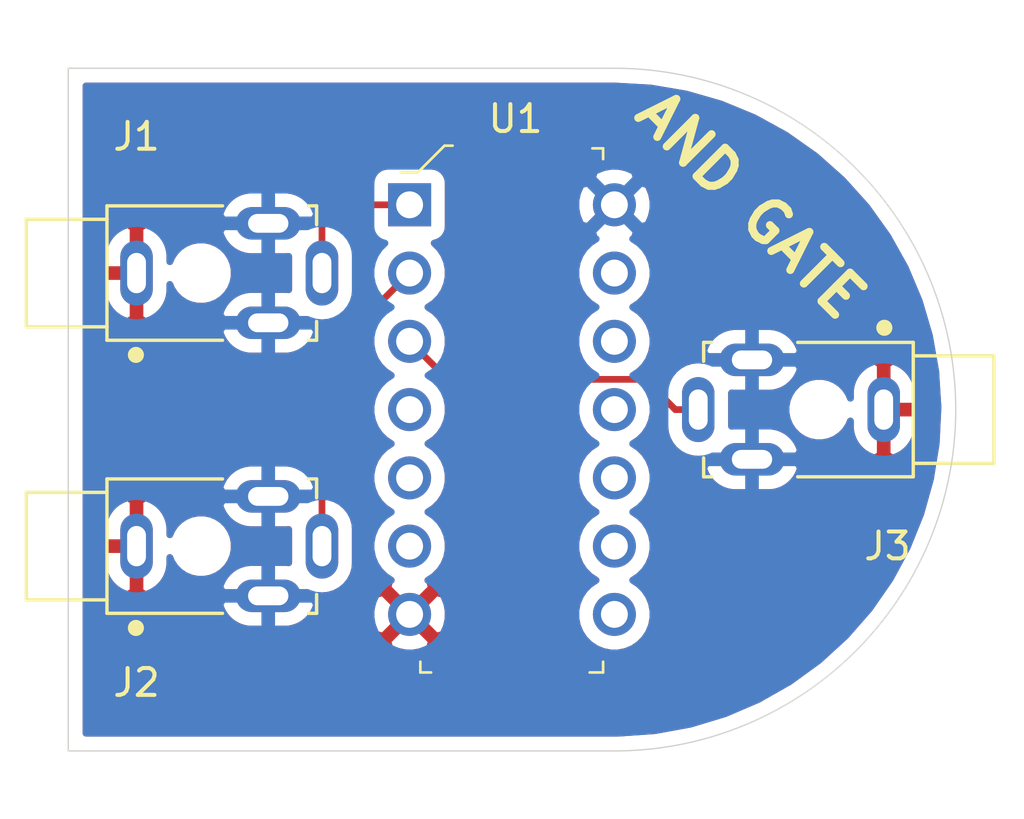
<source format=kicad_pcb>
(kicad_pcb (version 20171130) (host pcbnew "(5.1.4)-1")

  (general
    (thickness 1.6)
    (drawings 5)
    (tracks 10)
    (zones 0)
    (modules 4)
    (nets 6)
  )

  (page A4)
  (layers
    (0 F.Cu signal)
    (31 B.Cu signal)
    (32 B.Adhes user)
    (33 F.Adhes user)
    (34 B.Paste user)
    (35 F.Paste user)
    (36 B.SilkS user)
    (37 F.SilkS user)
    (38 B.Mask user)
    (39 F.Mask user)
    (40 Dwgs.User user)
    (41 Cmts.User user)
    (42 Eco1.User user)
    (43 Eco2.User user)
    (44 Edge.Cuts user)
    (45 Margin user)
    (46 B.CrtYd user)
    (47 F.CrtYd user)
    (48 B.Fab user)
    (49 F.Fab user)
  )

  (setup
    (last_trace_width 0.25)
    (trace_clearance 0.2)
    (zone_clearance 0.508)
    (zone_45_only no)
    (trace_min 0.2)
    (via_size 0.8)
    (via_drill 0.4)
    (via_min_size 0.4)
    (via_min_drill 0.3)
    (uvia_size 0.3)
    (uvia_drill 0.1)
    (uvias_allowed no)
    (uvia_min_size 0.2)
    (uvia_min_drill 0.1)
    (edge_width 0.05)
    (segment_width 0.2)
    (pcb_text_width 0.3)
    (pcb_text_size 1.5 1.5)
    (mod_edge_width 0.12)
    (mod_text_size 1 1)
    (mod_text_width 0.15)
    (pad_size 1.524 1.524)
    (pad_drill 0.762)
    (pad_to_mask_clearance 0.051)
    (solder_mask_min_width 0.25)
    (aux_axis_origin 0 0)
    (visible_elements FFFFFF7F)
    (pcbplotparams
      (layerselection 0x010fc_ffffffff)
      (usegerberextensions false)
      (usegerberattributes false)
      (usegerberadvancedattributes false)
      (creategerberjobfile false)
      (excludeedgelayer true)
      (linewidth 0.100000)
      (plotframeref false)
      (viasonmask false)
      (mode 1)
      (useauxorigin false)
      (hpglpennumber 1)
      (hpglpenspeed 20)
      (hpglpendiameter 15.000000)
      (psnegative false)
      (psa4output false)
      (plotreference true)
      (plotvalue true)
      (plotinvisibletext false)
      (padsonsilk false)
      (subtractmaskfromsilk false)
      (outputformat 1)
      (mirror false)
      (drillshape 1)
      (scaleselection 1)
      (outputdirectory ""))
  )

  (net 0 "")
  (net 1 GND)
  (net 2 +5V)
  (net 3 "Net-(J1-Pad4)")
  (net 4 "Net-(J2-Pad4)")
  (net 5 "Net-(J3-Pad4)")

  (net_class Default "This is the default net class."
    (clearance 0.2)
    (trace_width 0.25)
    (via_dia 0.8)
    (via_drill 0.4)
    (uvia_dia 0.3)
    (uvia_drill 0.1)
    (add_net +5V)
    (add_net GND)
    (add_net "Net-(J1-Pad4)")
    (add_net "Net-(J2-Pad4)")
    (add_net "Net-(J3-Pad4)")
  )

  (module conduWIT_parts:DIP-14_W3mm (layer F.Cu) (tedit 5E38CC78) (tstamp 5E39F9DA)
    (at 139.7 88.9)
    (path /5E39A696)
    (fp_text reference U1 (at 3.94 -3.2) (layer F.SilkS)
      (effects (font (size 1 1) (thickness 0.15)))
    )
    (fp_text value SN74LS08N (at 3.52 19.09) (layer F.Fab)
      (effects (font (size 1 1) (thickness 0.15)))
    )
    (fp_line (start 7.1 -2) (end 7.1 17.3) (layer F.Fab) (width 0.1))
    (fp_line (start 0.5 17.3) (end 7.1 17.3) (layer F.Fab) (width 0.1))
    (fp_line (start 0.5 -1.1) (end 1.4 -2) (layer F.Fab) (width 0.1))
    (fp_line (start 1.4 -2) (end 7.1 -2) (layer F.Fab) (width 0.1))
    (fp_line (start 0.5 -1.1) (end 0.5 17.3) (layer F.Fab) (width 0.1))
    (fp_line (start 0.4 17.4) (end 0.8 17.4) (layer F.SilkS) (width 0.1))
    (fp_line (start 0.4 17) (end 0.4 17.4) (layer F.SilkS) (width 0.1))
    (fp_line (start 7.2 17.4) (end 7.2 17) (layer F.SilkS) (width 0.1))
    (fp_line (start 6.7 17.4) (end 7.2 17.4) (layer F.SilkS) (width 0.1))
    (fp_line (start 7.2 -2.1) (end 6.8 -2.1) (layer F.SilkS) (width 0.1))
    (fp_line (start 7.2 -1.7) (end 7.2 -2.1) (layer F.SilkS) (width 0.1))
    (fp_line (start 1.3 -2.2) (end 0.3 -1.2) (layer F.SilkS) (width 0.1))
    (fp_line (start 1.6 -2.2) (end 1.3 -2.2) (layer F.SilkS) (width 0.1))
    (fp_line (start -1.05 -2.25) (end -1.05 17.55) (layer F.CrtYd) (width 0.1))
    (fp_line (start 8.67 17.55) (end 8.67 -2.25) (layer F.CrtYd) (width 0.1))
    (fp_line (start -1.05 17.55) (end 8.67 17.55) (layer F.CrtYd) (width 0.1))
    (fp_line (start -1.05 -2.25) (end 8.67 -2.25) (layer F.CrtYd) (width 0.1))
    (fp_text user REF** (at 3.86 7.77) (layer F.Fab)
      (effects (font (size 1 1) (thickness 0.1)))
    )
    (fp_line (start 0.3 -1.2) (end -0.07 -1.2) (layer F.SilkS) (width 0.1))
    (fp_line (start -0.08 -1.2) (end -0.33 -1.2) (layer F.SilkS) (width 0.1))
    (pad 14 thru_hole circle (at 7.62 0) (size 1.6 1.6) (drill 1) (layers *.Cu *.Mask)
      (net 2 +5V))
    (pad 13 thru_hole circle (at 7.62 2.54) (size 1.6 1.6) (drill 1) (layers *.Cu *.Mask))
    (pad 12 thru_hole circle (at 7.62 5.08) (size 1.6 1.6) (drill 1) (layers *.Cu *.Mask))
    (pad 11 thru_hole circle (at 7.62 7.62) (size 1.6 1.6) (drill 1) (layers *.Cu *.Mask))
    (pad 10 thru_hole circle (at 7.62 10.16) (size 1.6 1.6) (drill 1) (layers *.Cu *.Mask))
    (pad 9 thru_hole circle (at 7.62 12.7) (size 1.6 1.6) (drill 1) (layers *.Cu *.Mask))
    (pad 8 thru_hole circle (at 7.62 15.24) (size 1.6 1.6) (drill 1) (layers *.Cu *.Mask))
    (pad 7 thru_hole circle (at 0 15.24) (size 1.6 1.6) (drill 1) (layers *.Cu *.Mask)
      (net 1 GND))
    (pad 6 thru_hole circle (at 0 12.7) (size 1.6 1.6) (drill 1) (layers *.Cu *.Mask))
    (pad 5 thru_hole circle (at 0 10.16) (size 1.6 1.6) (drill 1) (layers *.Cu *.Mask))
    (pad 4 thru_hole circle (at 0 7.62) (size 1.6 1.6) (drill 1) (layers *.Cu *.Mask))
    (pad 3 thru_hole circle (at 0 5.08) (size 1.6 1.6) (drill 1) (layers *.Cu *.Mask)
      (net 5 "Net-(J3-Pad4)"))
    (pad 2 thru_hole circle (at 0 2.54) (size 1.6 1.6) (drill 1) (layers *.Cu *.Mask)
      (net 4 "Net-(J2-Pad4)"))
    (pad 1 thru_hole rect (at 0 0) (size 1.6 1.6) (drill 1) (layers *.Cu *.Mask)
      (net 3 "Net-(J1-Pad4)"))
    (model ${KIPRJMOD}/../conduWIT_parts.3dshapes/DIP14_300.step
      (at (xyz 0 0 0))
      (scale (xyz 1 1 1))
      (rotate (xyz 0 0 0))
    )
  )

  (module conduWIT_parts:CUI_SJ1-2503A (layer F.Cu) (tedit 5E38C7C7) (tstamp 5E39F9B4)
    (at 157.34 96.52 270)
    (path /5E39BDE3)
    (fp_text reference J3 (at 5.08 -0.14 180) (layer F.SilkS)
      (effects (font (size 1 1) (thickness 0.15)))
    )
    (fp_text value SJ1-2503A (at 4.052545 8.687975 90) (layer F.Fab)
      (effects (font (size 0.800307 0.800307) (thickness 0.015)))
    )
    (fp_line (start -2.5 -1.1) (end -2 -1.1) (layer F.Fab) (width 0.127))
    (fp_line (start -2 -1.1) (end 2 -1.1) (layer F.Fab) (width 0.127))
    (fp_line (start 2 -1.1) (end 2.5 -1.1) (layer F.Fab) (width 0.127))
    (fp_line (start 2.5 -1.1) (end 2.5 6.7) (layer F.Fab) (width 0.127))
    (fp_line (start 2.5 6.7) (end -2.5 6.7) (layer F.Fab) (width 0.127))
    (fp_line (start -2.5 6.7) (end -2.5 -1.1) (layer F.Fab) (width 0.127))
    (fp_line (start 2.5 -1.1) (end 2.5 3.2) (layer F.SilkS) (width 0.127))
    (fp_line (start -2.5 3.2) (end -2.5 -1.1) (layer F.SilkS) (width 0.127))
    (fp_circle (center -3.0444 -0.0236) (end -2.8944 -0.0236) (layer F.SilkS) (width 0.3))
    (fp_line (start -2.5 -1.1) (end -2 -1.1) (layer F.SilkS) (width 0.127))
    (fp_line (start -2 -1.1) (end 2 -1.1) (layer F.SilkS) (width 0.127))
    (fp_line (start 2 -1.1) (end 2.5 -1.1) (layer F.SilkS) (width 0.127))
    (fp_line (start 1.8 6.7) (end 2.5 6.7) (layer F.SilkS) (width 0.127))
    (fp_line (start 2.5 6.7) (end 2.5 6.4) (layer F.SilkS) (width 0.127))
    (fp_line (start -1.8 6.7) (end -2.5 6.7) (layer F.SilkS) (width 0.127))
    (fp_line (start -2.5 6.7) (end -2.5 6.4) (layer F.SilkS) (width 0.127))
    (fp_line (start 2 -1.1) (end 2 -4.1) (layer F.SilkS) (width 0.127))
    (fp_line (start 2 -4.1) (end -2 -4.1) (layer F.SilkS) (width 0.127))
    (fp_line (start -2 -4.1) (end -2 -1.1) (layer F.SilkS) (width 0.127))
    (fp_line (start 2 -1.1) (end 2 -4.1) (layer F.Fab) (width 0.127))
    (fp_line (start 2 -4.1) (end -2 -4.1) (layer F.Fab) (width 0.127))
    (fp_line (start -2 -4.1) (end -2 -1.1) (layer F.Fab) (width 0.127))
    (fp_line (start -2.25 -4.35) (end -2.25 -1.35) (layer F.CrtYd) (width 0.05))
    (fp_line (start -2.25 -1.35) (end -2.75 -1.35) (layer F.CrtYd) (width 0.05))
    (fp_line (start -2.75 -1.35) (end -2.75 6.95) (layer F.CrtYd) (width 0.05))
    (fp_line (start -2.75 6.95) (end -1.45 6.95) (layer F.CrtYd) (width 0.05))
    (fp_line (start -1.45 6.95) (end -1.45 7.75) (layer F.CrtYd) (width 0.05))
    (fp_line (start -1.45 7.75) (end 1.45 7.75) (layer F.CrtYd) (width 0.05))
    (fp_line (start 1.45 7.75) (end 1.45 6.95) (layer F.CrtYd) (width 0.05))
    (fp_line (start 1.45 6.95) (end 2.75 6.95) (layer F.CrtYd) (width 0.05))
    (fp_line (start 2.75 6.95) (end 2.75 -1.35) (layer F.CrtYd) (width 0.05))
    (fp_line (start 2.75 -1.35) (end 2.25 -1.35) (layer F.CrtYd) (width 0.05))
    (fp_line (start 2.25 -1.35) (end 2.25 -4.35) (layer F.CrtYd) (width 0.05))
    (fp_line (start 2.25 -4.35) (end -2.25 -4.35) (layer F.CrtYd) (width 0.05))
    (fp_circle (center -1.7444 -0.0236) (end -1.5944 -0.0236) (layer F.Fab) (width 0.3))
    (pad None np_thru_hole circle (at 0 2.4 270) (size 1.2 1.2) (drill 1.2) (layers *.Cu *.Mask))
    (pad 1 thru_hole oval (at 0 0 270) (size 2.416 1.208) (drill oval 1.5 0.7) (layers *.Cu *.Mask)
      (net 1 GND))
    (pad 2 thru_hole oval (at -1.85 4.9 270) (size 1.208 2.416) (drill oval 0.7 1.5) (layers *.Cu *.Mask)
      (net 2 +5V))
    (pad 3 thru_hole oval (at 1.85 4.9 270) (size 1.208 2.416) (drill oval 0.7 1.5) (layers *.Cu *.Mask)
      (net 2 +5V))
    (pad 4 thru_hole oval (at 0 6.9 270) (size 2.416 1.208) (drill oval 1.5 0.7) (layers *.Cu *.Mask)
      (net 5 "Net-(J3-Pad4)"))
    (model ${KIPRJMOD}/../conduWIT_parts.3dshapes/CUI_DEVICES_SJ1-2503A.step
      (offset (xyz 0 4.1 2.85))
      (scale (xyz 1 1 1))
      (rotate (xyz -90 0 -90))
    )
  )

  (module conduWIT_parts:CUI_SJ1-2503A (layer F.Cu) (tedit 5E38C7C7) (tstamp 5E39F988)
    (at 129.54 101.6 90)
    (path /5E39E87B)
    (fp_text reference J2 (at -5.08 0 180) (layer F.SilkS)
      (effects (font (size 1 1) (thickness 0.15)))
    )
    (fp_text value SJ1-2503A (at 4.052545 8.687975 90) (layer F.Fab)
      (effects (font (size 0.800307 0.800307) (thickness 0.015)))
    )
    (fp_line (start -2.5 -1.1) (end -2 -1.1) (layer F.Fab) (width 0.127))
    (fp_line (start -2 -1.1) (end 2 -1.1) (layer F.Fab) (width 0.127))
    (fp_line (start 2 -1.1) (end 2.5 -1.1) (layer F.Fab) (width 0.127))
    (fp_line (start 2.5 -1.1) (end 2.5 6.7) (layer F.Fab) (width 0.127))
    (fp_line (start 2.5 6.7) (end -2.5 6.7) (layer F.Fab) (width 0.127))
    (fp_line (start -2.5 6.7) (end -2.5 -1.1) (layer F.Fab) (width 0.127))
    (fp_line (start 2.5 -1.1) (end 2.5 3.2) (layer F.SilkS) (width 0.127))
    (fp_line (start -2.5 3.2) (end -2.5 -1.1) (layer F.SilkS) (width 0.127))
    (fp_circle (center -3.0444 -0.0236) (end -2.8944 -0.0236) (layer F.SilkS) (width 0.3))
    (fp_line (start -2.5 -1.1) (end -2 -1.1) (layer F.SilkS) (width 0.127))
    (fp_line (start -2 -1.1) (end 2 -1.1) (layer F.SilkS) (width 0.127))
    (fp_line (start 2 -1.1) (end 2.5 -1.1) (layer F.SilkS) (width 0.127))
    (fp_line (start 1.8 6.7) (end 2.5 6.7) (layer F.SilkS) (width 0.127))
    (fp_line (start 2.5 6.7) (end 2.5 6.4) (layer F.SilkS) (width 0.127))
    (fp_line (start -1.8 6.7) (end -2.5 6.7) (layer F.SilkS) (width 0.127))
    (fp_line (start -2.5 6.7) (end -2.5 6.4) (layer F.SilkS) (width 0.127))
    (fp_line (start 2 -1.1) (end 2 -4.1) (layer F.SilkS) (width 0.127))
    (fp_line (start 2 -4.1) (end -2 -4.1) (layer F.SilkS) (width 0.127))
    (fp_line (start -2 -4.1) (end -2 -1.1) (layer F.SilkS) (width 0.127))
    (fp_line (start 2 -1.1) (end 2 -4.1) (layer F.Fab) (width 0.127))
    (fp_line (start 2 -4.1) (end -2 -4.1) (layer F.Fab) (width 0.127))
    (fp_line (start -2 -4.1) (end -2 -1.1) (layer F.Fab) (width 0.127))
    (fp_line (start -2.25 -4.35) (end -2.25 -1.35) (layer F.CrtYd) (width 0.05))
    (fp_line (start -2.25 -1.35) (end -2.75 -1.35) (layer F.CrtYd) (width 0.05))
    (fp_line (start -2.75 -1.35) (end -2.75 6.95) (layer F.CrtYd) (width 0.05))
    (fp_line (start -2.75 6.95) (end -1.45 6.95) (layer F.CrtYd) (width 0.05))
    (fp_line (start -1.45 6.95) (end -1.45 7.75) (layer F.CrtYd) (width 0.05))
    (fp_line (start -1.45 7.75) (end 1.45 7.75) (layer F.CrtYd) (width 0.05))
    (fp_line (start 1.45 7.75) (end 1.45 6.95) (layer F.CrtYd) (width 0.05))
    (fp_line (start 1.45 6.95) (end 2.75 6.95) (layer F.CrtYd) (width 0.05))
    (fp_line (start 2.75 6.95) (end 2.75 -1.35) (layer F.CrtYd) (width 0.05))
    (fp_line (start 2.75 -1.35) (end 2.25 -1.35) (layer F.CrtYd) (width 0.05))
    (fp_line (start 2.25 -1.35) (end 2.25 -4.35) (layer F.CrtYd) (width 0.05))
    (fp_line (start 2.25 -4.35) (end -2.25 -4.35) (layer F.CrtYd) (width 0.05))
    (fp_circle (center -1.7444 -0.0236) (end -1.5944 -0.0236) (layer F.Fab) (width 0.3))
    (pad None np_thru_hole circle (at 0 2.4 90) (size 1.2 1.2) (drill 1.2) (layers *.Cu *.Mask))
    (pad 1 thru_hole oval (at 0 0 90) (size 2.416 1.208) (drill oval 1.5 0.7) (layers *.Cu *.Mask)
      (net 1 GND))
    (pad 2 thru_hole oval (at -1.85 4.9 90) (size 1.208 2.416) (drill oval 0.7 1.5) (layers *.Cu *.Mask)
      (net 2 +5V))
    (pad 3 thru_hole oval (at 1.85 4.9 90) (size 1.208 2.416) (drill oval 0.7 1.5) (layers *.Cu *.Mask)
      (net 2 +5V))
    (pad 4 thru_hole oval (at 0 6.9 90) (size 2.416 1.208) (drill oval 1.5 0.7) (layers *.Cu *.Mask)
      (net 4 "Net-(J2-Pad4)"))
    (model ${KIPRJMOD}/../conduWIT_parts.3dshapes/CUI_DEVICES_SJ1-2503A.step
      (offset (xyz 0 4.1 2.85))
      (scale (xyz 1 1 1))
      (rotate (xyz -90 0 -90))
    )
  )

  (module conduWIT_parts:CUI_SJ1-2503A (layer F.Cu) (tedit 5E38C7C7) (tstamp 5E39F95C)
    (at 129.54 91.44 90)
    (path /5E39DF92)
    (fp_text reference J1 (at 5.08 0 180) (layer F.SilkS)
      (effects (font (size 1 1) (thickness 0.15)))
    )
    (fp_text value SJ1-2503A (at 4.052545 8.687975 90) (layer F.Fab)
      (effects (font (size 0.800307 0.800307) (thickness 0.015)))
    )
    (fp_line (start -2.5 -1.1) (end -2 -1.1) (layer F.Fab) (width 0.127))
    (fp_line (start -2 -1.1) (end 2 -1.1) (layer F.Fab) (width 0.127))
    (fp_line (start 2 -1.1) (end 2.5 -1.1) (layer F.Fab) (width 0.127))
    (fp_line (start 2.5 -1.1) (end 2.5 6.7) (layer F.Fab) (width 0.127))
    (fp_line (start 2.5 6.7) (end -2.5 6.7) (layer F.Fab) (width 0.127))
    (fp_line (start -2.5 6.7) (end -2.5 -1.1) (layer F.Fab) (width 0.127))
    (fp_line (start 2.5 -1.1) (end 2.5 3.2) (layer F.SilkS) (width 0.127))
    (fp_line (start -2.5 3.2) (end -2.5 -1.1) (layer F.SilkS) (width 0.127))
    (fp_circle (center -3.0444 -0.0236) (end -2.8944 -0.0236) (layer F.SilkS) (width 0.3))
    (fp_line (start -2.5 -1.1) (end -2 -1.1) (layer F.SilkS) (width 0.127))
    (fp_line (start -2 -1.1) (end 2 -1.1) (layer F.SilkS) (width 0.127))
    (fp_line (start 2 -1.1) (end 2.5 -1.1) (layer F.SilkS) (width 0.127))
    (fp_line (start 1.8 6.7) (end 2.5 6.7) (layer F.SilkS) (width 0.127))
    (fp_line (start 2.5 6.7) (end 2.5 6.4) (layer F.SilkS) (width 0.127))
    (fp_line (start -1.8 6.7) (end -2.5 6.7) (layer F.SilkS) (width 0.127))
    (fp_line (start -2.5 6.7) (end -2.5 6.4) (layer F.SilkS) (width 0.127))
    (fp_line (start 2 -1.1) (end 2 -4.1) (layer F.SilkS) (width 0.127))
    (fp_line (start 2 -4.1) (end -2 -4.1) (layer F.SilkS) (width 0.127))
    (fp_line (start -2 -4.1) (end -2 -1.1) (layer F.SilkS) (width 0.127))
    (fp_line (start 2 -1.1) (end 2 -4.1) (layer F.Fab) (width 0.127))
    (fp_line (start 2 -4.1) (end -2 -4.1) (layer F.Fab) (width 0.127))
    (fp_line (start -2 -4.1) (end -2 -1.1) (layer F.Fab) (width 0.127))
    (fp_line (start -2.25 -4.35) (end -2.25 -1.35) (layer F.CrtYd) (width 0.05))
    (fp_line (start -2.25 -1.35) (end -2.75 -1.35) (layer F.CrtYd) (width 0.05))
    (fp_line (start -2.75 -1.35) (end -2.75 6.95) (layer F.CrtYd) (width 0.05))
    (fp_line (start -2.75 6.95) (end -1.45 6.95) (layer F.CrtYd) (width 0.05))
    (fp_line (start -1.45 6.95) (end -1.45 7.75) (layer F.CrtYd) (width 0.05))
    (fp_line (start -1.45 7.75) (end 1.45 7.75) (layer F.CrtYd) (width 0.05))
    (fp_line (start 1.45 7.75) (end 1.45 6.95) (layer F.CrtYd) (width 0.05))
    (fp_line (start 1.45 6.95) (end 2.75 6.95) (layer F.CrtYd) (width 0.05))
    (fp_line (start 2.75 6.95) (end 2.75 -1.35) (layer F.CrtYd) (width 0.05))
    (fp_line (start 2.75 -1.35) (end 2.25 -1.35) (layer F.CrtYd) (width 0.05))
    (fp_line (start 2.25 -1.35) (end 2.25 -4.35) (layer F.CrtYd) (width 0.05))
    (fp_line (start 2.25 -4.35) (end -2.25 -4.35) (layer F.CrtYd) (width 0.05))
    (fp_circle (center -1.7444 -0.0236) (end -1.5944 -0.0236) (layer F.Fab) (width 0.3))
    (pad None np_thru_hole circle (at 0 2.4 90) (size 1.2 1.2) (drill 1.2) (layers *.Cu *.Mask))
    (pad 1 thru_hole oval (at 0 0 90) (size 2.416 1.208) (drill oval 1.5 0.7) (layers *.Cu *.Mask)
      (net 1 GND))
    (pad 2 thru_hole oval (at -1.85 4.9 90) (size 1.208 2.416) (drill oval 0.7 1.5) (layers *.Cu *.Mask)
      (net 2 +5V))
    (pad 3 thru_hole oval (at 1.85 4.9 90) (size 1.208 2.416) (drill oval 0.7 1.5) (layers *.Cu *.Mask)
      (net 2 +5V))
    (pad 4 thru_hole oval (at 0 6.9 90) (size 2.416 1.208) (drill oval 1.5 0.7) (layers *.Cu *.Mask)
      (net 3 "Net-(J1-Pad4)"))
    (model ${KIPRJMOD}/../conduWIT_parts.3dshapes/CUI_DEVICES_SJ1-2503A.step
      (offset (xyz 0 4.1 2.85))
      (scale (xyz 1 1 1))
      (rotate (xyz -90 0 -90))
    )
  )

  (gr_text "AND GATE" (at 152.4 88.9 315) (layer F.SilkS)
    (effects (font (size 1.5 1.5) (thickness 0.3)))
  )
  (gr_line (start 127 109.22) (end 147.32 109.22) (layer Edge.Cuts) (width 0.05) (tstamp 5E3A0191))
  (gr_line (start 127 83.82) (end 147.32 83.82) (layer Edge.Cuts) (width 0.05) (tstamp 5E3A0190))
  (gr_arc (start 147.32 96.52) (end 147.32 109.22) (angle -180) (layer Edge.Cuts) (width 0.05))
  (gr_line (start 127 83.82) (end 127 109.22) (layer Edge.Cuts) (width 0.05))

  (segment (start 138.65 88.9) (end 139.7 88.9) (width 0.25) (layer F.Cu) (net 3))
  (segment (start 137.212182 88.9) (end 138.65 88.9) (width 0.25) (layer F.Cu) (net 3))
  (segment (start 136.44 89.672182) (end 137.212182 88.9) (width 0.25) (layer F.Cu) (net 3))
  (segment (start 136.44 91.44) (end 136.44 89.672182) (width 0.25) (layer F.Cu) (net 3))
  (segment (start 136.44 94.7) (end 139.7 91.44) (width 0.25) (layer F.Cu) (net 4))
  (segment (start 136.44 101.6) (end 136.44 94.7) (width 0.25) (layer F.Cu) (net 4))
  (segment (start 149.586 96.52) (end 150.44 96.52) (width 0.25) (layer F.Cu) (net 5))
  (segment (start 148.460999 95.394999) (end 149.586 96.52) (width 0.25) (layer F.Cu) (net 5))
  (segment (start 141.114999 95.394999) (end 148.460999 95.394999) (width 0.25) (layer F.Cu) (net 5))
  (segment (start 139.7 93.98) (end 141.114999 95.394999) (width 0.25) (layer F.Cu) (net 5))

  (zone (net 1) (net_name GND) (layer F.Cu) (tstamp 5E3A04A2) (hatch edge 0.508)
    (connect_pads (clearance 0.508))
    (min_thickness 0.254)
    (fill yes (arc_segments 32) (thermal_gap 0.508) (thermal_bridge_width 0.508))
    (polygon
      (pts
        (xy 124.46 81.28) (xy 162.56 81.28) (xy 162.56 111.76) (xy 124.46 111.76)
      )
    )
    (filled_polygon
      (pts
        (xy 148.661975 84.556058) (xy 149.987209 84.780205) (xy 151.279222 85.150684) (xy 152.521875 85.66287) (xy 153.69968 86.310374)
        (xy 154.797979 87.085139) (xy 155.803067 87.977498) (xy 156.70243 88.976341) (xy 157.484839 90.069199) (xy 158.140552 91.24246)
        (xy 158.661404 92.481516) (xy 159.040886 93.770889) (xy 159.274281 95.094535) (xy 159.358676 96.435957) (xy 159.293019 97.778414)
        (xy 159.078127 99.105195) (xy 158.716683 100.399745) (xy 158.213187 101.645941) (xy 157.573916 102.828246) (xy 156.806836 103.931932)
        (xy 155.921514 104.943226) (xy 154.928983 105.849531) (xy 153.841611 106.639554) (xy 152.672944 107.303448) (xy 151.437575 107.832929)
        (xy 150.150867 108.221409) (xy 148.828881 108.464039) (xy 147.471978 108.558923) (xy 147.317684 108.56) (xy 127.66 108.56)
        (xy 127.66 105.132702) (xy 138.886903 105.132702) (xy 138.958486 105.376671) (xy 139.213996 105.497571) (xy 139.488184 105.5663)
        (xy 139.770512 105.580217) (xy 140.05013 105.538787) (xy 140.316292 105.443603) (xy 140.441514 105.376671) (xy 140.513097 105.132702)
        (xy 139.7 104.319605) (xy 138.886903 105.132702) (xy 127.66 105.132702) (xy 127.66 101.727) (xy 128.301 101.727)
        (xy 128.301 102.331) (xy 128.349584 102.570277) (xy 128.443915 102.795478) (xy 128.580368 102.997948) (xy 128.753699 103.169907)
        (xy 128.957247 103.304747) (xy 129.18319 103.397286) (xy 129.221762 103.401433) (xy 129.413 103.276759) (xy 129.413 101.727)
        (xy 128.301 101.727) (xy 127.66 101.727) (xy 127.66 100.869) (xy 128.301 100.869) (xy 128.301 101.473)
        (xy 129.413 101.473) (xy 129.413 99.923241) (xy 129.667 99.923241) (xy 129.667 101.473) (xy 129.687 101.473)
        (xy 129.687 101.727) (xy 129.667 101.727) (xy 129.667 103.276759) (xy 129.858238 103.401433) (xy 129.89681 103.397286)
        (xy 130.122753 103.304747) (xy 130.326301 103.169907) (xy 130.499632 102.997948) (xy 130.636085 102.795478) (xy 130.730416 102.570277)
        (xy 130.779 102.331) (xy 130.779 102.024309) (xy 130.845557 102.184992) (xy 130.980713 102.387267) (xy 131.152733 102.559287)
        (xy 131.355008 102.694443) (xy 131.579764 102.78754) (xy 131.818363 102.835) (xy 132.061637 102.835) (xy 132.300236 102.78754)
        (xy 132.524992 102.694443) (xy 132.727267 102.559287) (xy 132.899287 102.387267) (xy 133.034443 102.184992) (xy 133.12754 101.960236)
        (xy 133.175 101.721637) (xy 133.175 101.478363) (xy 133.12754 101.239764) (xy 133.034443 101.015008) (xy 132.899287 100.812733)
        (xy 132.727267 100.640713) (xy 132.524992 100.505557) (xy 132.300236 100.41246) (xy 132.061637 100.365) (xy 131.818363 100.365)
        (xy 131.579764 100.41246) (xy 131.355008 100.505557) (xy 131.152733 100.640713) (xy 130.980713 100.812733) (xy 130.845557 101.015008)
        (xy 130.779 101.175691) (xy 130.779 100.869) (xy 130.730416 100.629723) (xy 130.636085 100.404522) (xy 130.499632 100.202052)
        (xy 130.326301 100.030093) (xy 130.122753 99.895253) (xy 129.89681 99.802714) (xy 129.858238 99.798567) (xy 129.667 99.923241)
        (xy 129.413 99.923241) (xy 129.221762 99.798567) (xy 129.18319 99.802714) (xy 128.957247 99.895253) (xy 128.753699 100.030093)
        (xy 128.580368 100.202052) (xy 128.443915 100.404522) (xy 128.349584 100.629723) (xy 128.301 100.869) (xy 127.66 100.869)
        (xy 127.66 91.567) (xy 128.301 91.567) (xy 128.301 92.171) (xy 128.349584 92.410277) (xy 128.443915 92.635478)
        (xy 128.580368 92.837948) (xy 128.753699 93.009907) (xy 128.957247 93.144747) (xy 129.18319 93.237286) (xy 129.221762 93.241433)
        (xy 129.413 93.116759) (xy 129.413 91.567) (xy 128.301 91.567) (xy 127.66 91.567) (xy 127.66 90.709)
        (xy 128.301 90.709) (xy 128.301 91.313) (xy 129.413 91.313) (xy 129.413 89.763241) (xy 129.667 89.763241)
        (xy 129.667 91.313) (xy 129.687 91.313) (xy 129.687 91.567) (xy 129.667 91.567) (xy 129.667 93.116759)
        (xy 129.858238 93.241433) (xy 129.89681 93.237286) (xy 130.122753 93.144747) (xy 130.326301 93.009907) (xy 130.499632 92.837948)
        (xy 130.636085 92.635478) (xy 130.730416 92.410277) (xy 130.779 92.171) (xy 130.779 91.864309) (xy 130.845557 92.024992)
        (xy 130.980713 92.227267) (xy 131.152733 92.399287) (xy 131.355008 92.534443) (xy 131.579764 92.62754) (xy 131.818363 92.675)
        (xy 132.061637 92.675) (xy 132.300236 92.62754) (xy 132.524992 92.534443) (xy 132.727267 92.399287) (xy 132.899287 92.227267)
        (xy 133.034443 92.024992) (xy 133.12754 91.800236) (xy 133.175 91.561637) (xy 133.175 91.318363) (xy 133.12754 91.079764)
        (xy 133.034443 90.855008) (xy 132.899287 90.652733) (xy 132.727267 90.480713) (xy 132.524992 90.345557) (xy 132.300236 90.25246)
        (xy 132.061637 90.205) (xy 131.818363 90.205) (xy 131.579764 90.25246) (xy 131.355008 90.345557) (xy 131.152733 90.480713)
        (xy 130.980713 90.652733) (xy 130.845557 90.855008) (xy 130.779 91.015691) (xy 130.779 90.709) (xy 130.730416 90.469723)
        (xy 130.636085 90.244522) (xy 130.499632 90.042052) (xy 130.326301 89.870093) (xy 130.122753 89.735253) (xy 129.89681 89.642714)
        (xy 129.858238 89.638567) (xy 129.667 89.763241) (xy 129.413 89.763241) (xy 129.221762 89.638567) (xy 129.18319 89.642714)
        (xy 128.957247 89.735253) (xy 128.753699 89.870093) (xy 128.580368 90.042052) (xy 128.443915 90.244522) (xy 128.349584 90.469723)
        (xy 128.301 90.709) (xy 127.66 90.709) (xy 127.66 89.59) (xy 132.591006 89.59) (xy 132.614928 89.832886)
        (xy 132.685776 90.066439) (xy 132.800825 90.281682) (xy 132.955656 90.470344) (xy 133.144318 90.625175) (xy 133.359561 90.740224)
        (xy 133.593114 90.811072) (xy 133.775141 90.829) (xy 135.104859 90.829) (xy 135.201 90.819531) (xy 135.201 92.060469)
        (xy 135.104859 92.051) (xy 133.775141 92.051) (xy 133.593114 92.068928) (xy 133.359561 92.139776) (xy 133.144318 92.254825)
        (xy 132.955656 92.409656) (xy 132.800825 92.598318) (xy 132.685776 92.813561) (xy 132.614928 93.047114) (xy 132.591006 93.29)
        (xy 132.614928 93.532886) (xy 132.685776 93.766439) (xy 132.800825 93.981682) (xy 132.955656 94.170344) (xy 133.144318 94.325175)
        (xy 133.359561 94.440224) (xy 133.593114 94.511072) (xy 133.775141 94.529) (xy 135.104859 94.529) (xy 135.286886 94.511072)
        (xy 135.520439 94.440224) (xy 135.735682 94.325175) (xy 135.823774 94.25288) (xy 135.805026 94.275724) (xy 135.734454 94.407754)
        (xy 135.690998 94.551015) (xy 135.676324 94.7) (xy 135.680001 94.737332) (xy 135.68 98.685063) (xy 135.520439 98.599776)
        (xy 135.286886 98.528928) (xy 135.104859 98.511) (xy 133.775141 98.511) (xy 133.593114 98.528928) (xy 133.359561 98.599776)
        (xy 133.144318 98.714825) (xy 132.955656 98.869656) (xy 132.800825 99.058318) (xy 132.685776 99.273561) (xy 132.614928 99.507114)
        (xy 132.591006 99.75) (xy 132.614928 99.992886) (xy 132.685776 100.226439) (xy 132.800825 100.441682) (xy 132.955656 100.630344)
        (xy 133.144318 100.785175) (xy 133.359561 100.900224) (xy 133.593114 100.971072) (xy 133.775141 100.989) (xy 135.104859 100.989)
        (xy 135.201 100.979531) (xy 135.201 102.220469) (xy 135.104859 102.211) (xy 133.775141 102.211) (xy 133.593114 102.228928)
        (xy 133.359561 102.299776) (xy 133.144318 102.414825) (xy 132.955656 102.569656) (xy 132.800825 102.758318) (xy 132.685776 102.973561)
        (xy 132.614928 103.207114) (xy 132.591006 103.45) (xy 132.614928 103.692886) (xy 132.685776 103.926439) (xy 132.800825 104.141682)
        (xy 132.955656 104.330344) (xy 133.144318 104.485175) (xy 133.359561 104.600224) (xy 133.593114 104.671072) (xy 133.775141 104.689)
        (xy 135.104859 104.689) (xy 135.286886 104.671072) (xy 135.520439 104.600224) (xy 135.735682 104.485175) (xy 135.924344 104.330344)
        (xy 136.022687 104.210512) (xy 138.259783 104.210512) (xy 138.301213 104.49013) (xy 138.396397 104.756292) (xy 138.463329 104.881514)
        (xy 138.707298 104.953097) (xy 139.520395 104.14) (xy 139.879605 104.14) (xy 140.692702 104.953097) (xy 140.936671 104.881514)
        (xy 141.057571 104.626004) (xy 141.1263 104.351816) (xy 141.140217 104.069488) (xy 141.098787 103.78987) (xy 141.003603 103.523708)
        (xy 140.936671 103.398486) (xy 140.692702 103.326903) (xy 139.879605 104.14) (xy 139.520395 104.14) (xy 138.707298 103.326903)
        (xy 138.463329 103.398486) (xy 138.342429 103.653996) (xy 138.2737 103.928184) (xy 138.259783 104.210512) (xy 136.022687 104.210512)
        (xy 136.079175 104.141682) (xy 136.194224 103.926439) (xy 136.265072 103.692886) (xy 136.288994 103.45) (xy 136.287415 103.433966)
        (xy 136.44 103.448994) (xy 136.682886 103.425072) (xy 136.916439 103.354224) (xy 137.131682 103.239175) (xy 137.320344 103.084344)
        (xy 137.475175 102.895682) (xy 137.590224 102.680439) (xy 137.661072 102.446886) (xy 137.679 102.264859) (xy 137.679 100.935141)
        (xy 137.661072 100.753114) (xy 137.590224 100.519561) (xy 137.475175 100.304318) (xy 137.320344 100.115656) (xy 137.2 100.016893)
        (xy 137.2 95.014801) (xy 138.265 93.949801) (xy 138.265 94.121335) (xy 138.320147 94.398574) (xy 138.42832 94.659727)
        (xy 138.585363 94.894759) (xy 138.785241 95.094637) (xy 139.017759 95.25) (xy 138.785241 95.405363) (xy 138.585363 95.605241)
        (xy 138.42832 95.840273) (xy 138.320147 96.101426) (xy 138.265 96.378665) (xy 138.265 96.661335) (xy 138.320147 96.938574)
        (xy 138.42832 97.199727) (xy 138.585363 97.434759) (xy 138.785241 97.634637) (xy 139.017759 97.79) (xy 138.785241 97.945363)
        (xy 138.585363 98.145241) (xy 138.42832 98.380273) (xy 138.320147 98.641426) (xy 138.265 98.918665) (xy 138.265 99.201335)
        (xy 138.320147 99.478574) (xy 138.42832 99.739727) (xy 138.585363 99.974759) (xy 138.785241 100.174637) (xy 139.017759 100.33)
        (xy 138.785241 100.485363) (xy 138.585363 100.685241) (xy 138.42832 100.920273) (xy 138.320147 101.181426) (xy 138.265 101.458665)
        (xy 138.265 101.741335) (xy 138.320147 102.018574) (xy 138.42832 102.279727) (xy 138.585363 102.514759) (xy 138.785241 102.714637)
        (xy 139.019128 102.870915) (xy 138.958486 102.903329) (xy 138.886903 103.147298) (xy 139.7 103.960395) (xy 140.513097 103.147298)
        (xy 140.441514 102.903329) (xy 140.377008 102.872806) (xy 140.379727 102.87168) (xy 140.614759 102.714637) (xy 140.814637 102.514759)
        (xy 140.97168 102.279727) (xy 141.079853 102.018574) (xy 141.135 101.741335) (xy 141.135 101.458665) (xy 141.079853 101.181426)
        (xy 140.97168 100.920273) (xy 140.814637 100.685241) (xy 140.614759 100.485363) (xy 140.382241 100.33) (xy 140.614759 100.174637)
        (xy 140.814637 99.974759) (xy 140.97168 99.739727) (xy 141.079853 99.478574) (xy 141.135 99.201335) (xy 141.135 98.918665)
        (xy 141.079853 98.641426) (xy 140.97168 98.380273) (xy 140.814637 98.145241) (xy 140.614759 97.945363) (xy 140.382241 97.79)
        (xy 140.614759 97.634637) (xy 140.814637 97.434759) (xy 140.97168 97.199727) (xy 141.079853 96.938574) (xy 141.135 96.661335)
        (xy 141.135 96.378665) (xy 141.090766 96.156288) (xy 141.114999 96.158675) (xy 141.152324 96.154999) (xy 145.929491 96.154999)
        (xy 145.885 96.378665) (xy 145.885 96.661335) (xy 145.940147 96.938574) (xy 146.04832 97.199727) (xy 146.205363 97.434759)
        (xy 146.405241 97.634637) (xy 146.637759 97.79) (xy 146.405241 97.945363) (xy 146.205363 98.145241) (xy 146.04832 98.380273)
        (xy 145.940147 98.641426) (xy 145.885 98.918665) (xy 145.885 99.201335) (xy 145.940147 99.478574) (xy 146.04832 99.739727)
        (xy 146.205363 99.974759) (xy 146.405241 100.174637) (xy 146.637759 100.33) (xy 146.405241 100.485363) (xy 146.205363 100.685241)
        (xy 146.04832 100.920273) (xy 145.940147 101.181426) (xy 145.885 101.458665) (xy 145.885 101.741335) (xy 145.940147 102.018574)
        (xy 146.04832 102.279727) (xy 146.205363 102.514759) (xy 146.405241 102.714637) (xy 146.637759 102.87) (xy 146.405241 103.025363)
        (xy 146.205363 103.225241) (xy 146.04832 103.460273) (xy 145.940147 103.721426) (xy 145.885 103.998665) (xy 145.885 104.281335)
        (xy 145.940147 104.558574) (xy 146.04832 104.819727) (xy 146.205363 105.054759) (xy 146.405241 105.254637) (xy 146.640273 105.41168)
        (xy 146.901426 105.519853) (xy 147.178665 105.575) (xy 147.461335 105.575) (xy 147.738574 105.519853) (xy 147.999727 105.41168)
        (xy 148.234759 105.254637) (xy 148.434637 105.054759) (xy 148.59168 104.819727) (xy 148.699853 104.558574) (xy 148.755 104.281335)
        (xy 148.755 103.998665) (xy 148.699853 103.721426) (xy 148.59168 103.460273) (xy 148.434637 103.225241) (xy 148.234759 103.025363)
        (xy 148.002241 102.87) (xy 148.234759 102.714637) (xy 148.434637 102.514759) (xy 148.59168 102.279727) (xy 148.699853 102.018574)
        (xy 148.755 101.741335) (xy 148.755 101.458665) (xy 148.699853 101.181426) (xy 148.59168 100.920273) (xy 148.434637 100.685241)
        (xy 148.234759 100.485363) (xy 148.002241 100.33) (xy 148.234759 100.174637) (xy 148.434637 99.974759) (xy 148.59168 99.739727)
        (xy 148.699853 99.478574) (xy 148.755 99.201335) (xy 148.755 98.918665) (xy 148.699853 98.641426) (xy 148.59168 98.380273)
        (xy 148.434637 98.145241) (xy 148.234759 97.945363) (xy 148.002241 97.79) (xy 148.234759 97.634637) (xy 148.434637 97.434759)
        (xy 148.59168 97.199727) (xy 148.699853 96.938574) (xy 148.737999 96.746801) (xy 149.022201 97.031003) (xy 149.045999 97.060001)
        (xy 149.161724 97.154974) (xy 149.201 97.175968) (xy 149.201 97.184858) (xy 149.218928 97.366885) (xy 149.289776 97.600438)
        (xy 149.404825 97.815681) (xy 149.559656 98.004344) (xy 149.748318 98.159175) (xy 149.963561 98.274224) (xy 150.197114 98.345072)
        (xy 150.44 98.368994) (xy 150.592585 98.353966) (xy 150.591006 98.37) (xy 150.614928 98.612886) (xy 150.685776 98.846439)
        (xy 150.800825 99.061682) (xy 150.955656 99.250344) (xy 151.144318 99.405175) (xy 151.359561 99.520224) (xy 151.593114 99.591072)
        (xy 151.775141 99.609) (xy 153.104859 99.609) (xy 153.286886 99.591072) (xy 153.520439 99.520224) (xy 153.735682 99.405175)
        (xy 153.924344 99.250344) (xy 154.079175 99.061682) (xy 154.194224 98.846439) (xy 154.265072 98.612886) (xy 154.288994 98.37)
        (xy 154.265072 98.127114) (xy 154.194224 97.893561) (xy 154.079175 97.678318) (xy 153.924344 97.489656) (xy 153.735682 97.334825)
        (xy 153.520439 97.219776) (xy 153.286886 97.148928) (xy 153.104859 97.131) (xy 151.775141 97.131) (xy 151.679 97.140469)
        (xy 151.679 96.398363) (xy 153.705 96.398363) (xy 153.705 96.641637) (xy 153.75246 96.880236) (xy 153.845557 97.104992)
        (xy 153.980713 97.307267) (xy 154.152733 97.479287) (xy 154.355008 97.614443) (xy 154.579764 97.70754) (xy 154.818363 97.755)
        (xy 155.061637 97.755) (xy 155.300236 97.70754) (xy 155.524992 97.614443) (xy 155.727267 97.479287) (xy 155.899287 97.307267)
        (xy 156.034443 97.104992) (xy 156.101 96.944309) (xy 156.101 97.251) (xy 156.149584 97.490277) (xy 156.243915 97.715478)
        (xy 156.380368 97.917948) (xy 156.553699 98.089907) (xy 156.757247 98.224747) (xy 156.98319 98.317286) (xy 157.021762 98.321433)
        (xy 157.213 98.196759) (xy 157.213 96.647) (xy 157.467 96.647) (xy 157.467 98.196759) (xy 157.658238 98.321433)
        (xy 157.69681 98.317286) (xy 157.922753 98.224747) (xy 158.126301 98.089907) (xy 158.299632 97.917948) (xy 158.436085 97.715478)
        (xy 158.530416 97.490277) (xy 158.579 97.251) (xy 158.579 96.647) (xy 157.467 96.647) (xy 157.213 96.647)
        (xy 157.193 96.647) (xy 157.193 96.393) (xy 157.213 96.393) (xy 157.213 94.843241) (xy 157.467 94.843241)
        (xy 157.467 96.393) (xy 158.579 96.393) (xy 158.579 95.789) (xy 158.530416 95.549723) (xy 158.436085 95.324522)
        (xy 158.299632 95.122052) (xy 158.126301 94.950093) (xy 157.922753 94.815253) (xy 157.69681 94.722714) (xy 157.658238 94.718567)
        (xy 157.467 94.843241) (xy 157.213 94.843241) (xy 157.021762 94.718567) (xy 156.98319 94.722714) (xy 156.757247 94.815253)
        (xy 156.553699 94.950093) (xy 156.380368 95.122052) (xy 156.243915 95.324522) (xy 156.149584 95.549723) (xy 156.101 95.789)
        (xy 156.101 96.095691) (xy 156.034443 95.935008) (xy 155.899287 95.732733) (xy 155.727267 95.560713) (xy 155.524992 95.425557)
        (xy 155.300236 95.33246) (xy 155.061637 95.285) (xy 154.818363 95.285) (xy 154.579764 95.33246) (xy 154.355008 95.425557)
        (xy 154.152733 95.560713) (xy 153.980713 95.732733) (xy 153.845557 95.935008) (xy 153.75246 96.159764) (xy 153.705 96.398363)
        (xy 151.679 96.398363) (xy 151.679 95.899531) (xy 151.775141 95.909) (xy 153.104859 95.909) (xy 153.286886 95.891072)
        (xy 153.520439 95.820224) (xy 153.735682 95.705175) (xy 153.924344 95.550344) (xy 154.079175 95.361682) (xy 154.194224 95.146439)
        (xy 154.265072 94.912886) (xy 154.288994 94.67) (xy 154.265072 94.427114) (xy 154.194224 94.193561) (xy 154.079175 93.978318)
        (xy 153.924344 93.789656) (xy 153.735682 93.634825) (xy 153.520439 93.519776) (xy 153.286886 93.448928) (xy 153.104859 93.431)
        (xy 151.775141 93.431) (xy 151.593114 93.448928) (xy 151.359561 93.519776) (xy 151.144318 93.634825) (xy 150.955656 93.789656)
        (xy 150.800825 93.978318) (xy 150.685776 94.193561) (xy 150.614928 94.427114) (xy 150.591006 94.67) (xy 150.592585 94.686034)
        (xy 150.44 94.671006) (xy 150.197115 94.694928) (xy 149.963562 94.765776) (xy 149.748319 94.880825) (xy 149.559657 95.035656)
        (xy 149.404826 95.224318) (xy 149.390995 95.250194) (xy 149.024803 94.884001) (xy 149.001 94.854998) (xy 148.885275 94.760025)
        (xy 148.753246 94.689453) (xy 148.609985 94.645996) (xy 148.597862 94.644802) (xy 148.699853 94.398574) (xy 148.755 94.121335)
        (xy 148.755 93.838665) (xy 148.699853 93.561426) (xy 148.59168 93.300273) (xy 148.434637 93.065241) (xy 148.234759 92.865363)
        (xy 148.002241 92.71) (xy 148.234759 92.554637) (xy 148.434637 92.354759) (xy 148.59168 92.119727) (xy 148.699853 91.858574)
        (xy 148.755 91.581335) (xy 148.755 91.298665) (xy 148.699853 91.021426) (xy 148.59168 90.760273) (xy 148.434637 90.525241)
        (xy 148.234759 90.325363) (xy 148.002241 90.17) (xy 148.234759 90.014637) (xy 148.434637 89.814759) (xy 148.59168 89.579727)
        (xy 148.699853 89.318574) (xy 148.755 89.041335) (xy 148.755 88.758665) (xy 148.699853 88.481426) (xy 148.59168 88.220273)
        (xy 148.434637 87.985241) (xy 148.234759 87.785363) (xy 147.999727 87.62832) (xy 147.738574 87.520147) (xy 147.461335 87.465)
        (xy 147.178665 87.465) (xy 146.901426 87.520147) (xy 146.640273 87.62832) (xy 146.405241 87.785363) (xy 146.205363 87.985241)
        (xy 146.04832 88.220273) (xy 145.940147 88.481426) (xy 145.885 88.758665) (xy 145.885 89.041335) (xy 145.940147 89.318574)
        (xy 146.04832 89.579727) (xy 146.205363 89.814759) (xy 146.405241 90.014637) (xy 146.637759 90.17) (xy 146.405241 90.325363)
        (xy 146.205363 90.525241) (xy 146.04832 90.760273) (xy 145.940147 91.021426) (xy 145.885 91.298665) (xy 145.885 91.581335)
        (xy 145.940147 91.858574) (xy 146.04832 92.119727) (xy 146.205363 92.354759) (xy 146.405241 92.554637) (xy 146.637759 92.71)
        (xy 146.405241 92.865363) (xy 146.205363 93.065241) (xy 146.04832 93.300273) (xy 145.940147 93.561426) (xy 145.885 93.838665)
        (xy 145.885 94.121335) (xy 145.940147 94.398574) (xy 146.038077 94.634999) (xy 141.429801 94.634999) (xy 141.098688 94.303886)
        (xy 141.135 94.121335) (xy 141.135 93.838665) (xy 141.079853 93.561426) (xy 140.97168 93.300273) (xy 140.814637 93.065241)
        (xy 140.614759 92.865363) (xy 140.382241 92.71) (xy 140.614759 92.554637) (xy 140.814637 92.354759) (xy 140.97168 92.119727)
        (xy 141.079853 91.858574) (xy 141.135 91.581335) (xy 141.135 91.298665) (xy 141.079853 91.021426) (xy 140.97168 90.760273)
        (xy 140.814637 90.525241) (xy 140.616039 90.326643) (xy 140.624482 90.325812) (xy 140.74418 90.289502) (xy 140.854494 90.230537)
        (xy 140.951185 90.151185) (xy 141.030537 90.054494) (xy 141.089502 89.94418) (xy 141.125812 89.824482) (xy 141.138072 89.7)
        (xy 141.138072 88.1) (xy 141.125812 87.975518) (xy 141.089502 87.85582) (xy 141.030537 87.745506) (xy 140.951185 87.648815)
        (xy 140.854494 87.569463) (xy 140.74418 87.510498) (xy 140.624482 87.474188) (xy 140.5 87.461928) (xy 138.9 87.461928)
        (xy 138.775518 87.474188) (xy 138.65582 87.510498) (xy 138.545506 87.569463) (xy 138.448815 87.648815) (xy 138.369463 87.745506)
        (xy 138.310498 87.85582) (xy 138.274188 87.975518) (xy 138.261928 88.1) (xy 138.261928 88.14) (xy 137.249504 88.14)
        (xy 137.212181 88.136324) (xy 137.174858 88.14) (xy 137.174849 88.14) (xy 137.063196 88.150997) (xy 136.919935 88.194454)
        (xy 136.787906 88.265026) (xy 136.672181 88.359999) (xy 136.648383 88.388998) (xy 136.100035 88.937345) (xy 136.079175 88.898318)
        (xy 135.924344 88.709656) (xy 135.735682 88.554825) (xy 135.520439 88.439776) (xy 135.286886 88.368928) (xy 135.104859 88.351)
        (xy 133.775141 88.351) (xy 133.593114 88.368928) (xy 133.359561 88.439776) (xy 133.144318 88.554825) (xy 132.955656 88.709656)
        (xy 132.800825 88.898318) (xy 132.685776 89.113561) (xy 132.614928 89.347114) (xy 132.591006 89.59) (xy 127.66 89.59)
        (xy 127.66 84.48) (xy 147.301563 84.48)
      )
    )
  )
  (zone (net 2) (net_name +5V) (layer B.Cu) (tstamp 5E3A049F) (hatch edge 0.508)
    (connect_pads (clearance 0.508))
    (min_thickness 0.254)
    (fill yes (arc_segments 32) (thermal_gap 0.508) (thermal_bridge_width 0.508))
    (polygon
      (pts
        (xy 124.46 81.28) (xy 162.56 81.28) (xy 162.56 111.76) (xy 124.46 111.76)
      )
    )
    (filled_polygon
      (pts
        (xy 148.661975 84.556058) (xy 149.987209 84.780205) (xy 151.279222 85.150684) (xy 152.521875 85.66287) (xy 153.69968 86.310374)
        (xy 154.797979 87.085139) (xy 155.803067 87.977498) (xy 156.70243 88.976341) (xy 157.484839 90.069199) (xy 158.140552 91.24246)
        (xy 158.661404 92.481516) (xy 159.040886 93.770889) (xy 159.274281 95.094535) (xy 159.358676 96.435957) (xy 159.293019 97.778414)
        (xy 159.078127 99.105195) (xy 158.716683 100.399745) (xy 158.213187 101.645941) (xy 157.573916 102.828246) (xy 156.806836 103.931932)
        (xy 155.921514 104.943226) (xy 154.928983 105.849531) (xy 153.841611 106.639554) (xy 152.672944 107.303448) (xy 151.437575 107.832929)
        (xy 150.150867 108.221409) (xy 148.828881 108.464039) (xy 147.471978 108.558923) (xy 147.317684 108.56) (xy 127.66 108.56)
        (xy 127.66 103.768238) (xy 132.638567 103.768238) (xy 132.642714 103.80681) (xy 132.735253 104.032753) (xy 132.870093 104.236301)
        (xy 133.042052 104.409632) (xy 133.244522 104.546085) (xy 133.469723 104.640416) (xy 133.709 104.689) (xy 134.313 104.689)
        (xy 134.313 103.577) (xy 134.567 103.577) (xy 134.567 104.689) (xy 135.171 104.689) (xy 135.410277 104.640416)
        (xy 135.635478 104.546085) (xy 135.837948 104.409632) (xy 136.009907 104.236301) (xy 136.144747 104.032753) (xy 136.237286 103.80681)
        (xy 136.241433 103.768238) (xy 136.116759 103.577) (xy 134.567 103.577) (xy 134.313 103.577) (xy 132.763241 103.577)
        (xy 132.638567 103.768238) (xy 127.66 103.768238) (xy 127.66 100.935142) (xy 128.301 100.935142) (xy 128.301 102.264859)
        (xy 128.318928 102.446886) (xy 128.389776 102.680439) (xy 128.504826 102.895682) (xy 128.659657 103.084344) (xy 128.848319 103.239175)
        (xy 129.063562 103.354224) (xy 129.297115 103.425072) (xy 129.54 103.448994) (xy 129.782886 103.425072) (xy 130.016439 103.354224)
        (xy 130.231682 103.239175) (xy 130.362565 103.131762) (xy 132.638567 103.131762) (xy 132.763241 103.323) (xy 134.313 103.323)
        (xy 134.313 102.211) (xy 133.709 102.211) (xy 133.469723 102.259584) (xy 133.244522 102.353915) (xy 133.042052 102.490368)
        (xy 132.870093 102.663699) (xy 132.735253 102.867247) (xy 132.642714 103.09319) (xy 132.638567 103.131762) (xy 130.362565 103.131762)
        (xy 130.420344 103.084344) (xy 130.575175 102.895682) (xy 130.690224 102.680439) (xy 130.761072 102.446886) (xy 130.779 102.264859)
        (xy 130.779 102.024309) (xy 130.845557 102.184992) (xy 130.980713 102.387267) (xy 131.152733 102.559287) (xy 131.355008 102.694443)
        (xy 131.579764 102.78754) (xy 131.818363 102.835) (xy 132.061637 102.835) (xy 132.300236 102.78754) (xy 132.524992 102.694443)
        (xy 132.727267 102.559287) (xy 132.899287 102.387267) (xy 133.034443 102.184992) (xy 133.12754 101.960236) (xy 133.175 101.721637)
        (xy 133.175 101.478363) (xy 133.12754 101.239764) (xy 133.034443 101.015008) (xy 132.899287 100.812733) (xy 132.727267 100.640713)
        (xy 132.524992 100.505557) (xy 132.300236 100.41246) (xy 132.061637 100.365) (xy 131.818363 100.365) (xy 131.579764 100.41246)
        (xy 131.355008 100.505557) (xy 131.152733 100.640713) (xy 130.980713 100.812733) (xy 130.845557 101.015008) (xy 130.779 101.175691)
        (xy 130.779 100.935141) (xy 130.761072 100.753114) (xy 130.690224 100.519561) (xy 130.575175 100.304318) (xy 130.420344 100.115656)
        (xy 130.362565 100.068238) (xy 132.638567 100.068238) (xy 132.642714 100.10681) (xy 132.735253 100.332753) (xy 132.870093 100.536301)
        (xy 133.042052 100.709632) (xy 133.244522 100.846085) (xy 133.469723 100.940416) (xy 133.709 100.989) (xy 134.313 100.989)
        (xy 134.313 99.877) (xy 134.567 99.877) (xy 134.567 100.989) (xy 135.171 100.989) (xy 135.201 100.982909)
        (xy 135.201 102.217091) (xy 135.171 102.211) (xy 134.567 102.211) (xy 134.567 103.323) (xy 135.905146 103.323)
        (xy 135.963562 103.354224) (xy 136.197115 103.425072) (xy 136.44 103.448994) (xy 136.682886 103.425072) (xy 136.916439 103.354224)
        (xy 137.131682 103.239175) (xy 137.320344 103.084344) (xy 137.475175 102.895682) (xy 137.590224 102.680439) (xy 137.661072 102.446886)
        (xy 137.679 102.264859) (xy 137.679 100.935141) (xy 137.661072 100.753114) (xy 137.590224 100.519561) (xy 137.475175 100.304318)
        (xy 137.320344 100.115656) (xy 137.131681 99.960825) (xy 136.916438 99.845776) (xy 136.682885 99.774928) (xy 136.44 99.751006)
        (xy 136.197114 99.774928) (xy 135.963561 99.845776) (xy 135.905145 99.877) (xy 134.567 99.877) (xy 134.313 99.877)
        (xy 132.763241 99.877) (xy 132.638567 100.068238) (xy 130.362565 100.068238) (xy 130.231681 99.960825) (xy 130.016438 99.845776)
        (xy 129.782885 99.774928) (xy 129.54 99.751006) (xy 129.297114 99.774928) (xy 129.063561 99.845776) (xy 128.848318 99.960825)
        (xy 128.659656 100.115656) (xy 128.504825 100.304319) (xy 128.389776 100.519562) (xy 128.318928 100.753115) (xy 128.301 100.935142)
        (xy 127.66 100.935142) (xy 127.66 99.431762) (xy 132.638567 99.431762) (xy 132.763241 99.623) (xy 134.313 99.623)
        (xy 134.313 98.511) (xy 134.567 98.511) (xy 134.567 99.623) (xy 136.116759 99.623) (xy 136.241433 99.431762)
        (xy 136.237286 99.39319) (xy 136.144747 99.167247) (xy 136.009907 98.963699) (xy 135.837948 98.790368) (xy 135.635478 98.653915)
        (xy 135.410277 98.559584) (xy 135.171 98.511) (xy 134.567 98.511) (xy 134.313 98.511) (xy 133.709 98.511)
        (xy 133.469723 98.559584) (xy 133.244522 98.653915) (xy 133.042052 98.790368) (xy 132.870093 98.963699) (xy 132.735253 99.167247)
        (xy 132.642714 99.39319) (xy 132.638567 99.431762) (xy 127.66 99.431762) (xy 127.66 93.608238) (xy 132.638567 93.608238)
        (xy 132.642714 93.64681) (xy 132.735253 93.872753) (xy 132.870093 94.076301) (xy 133.042052 94.249632) (xy 133.244522 94.386085)
        (xy 133.469723 94.480416) (xy 133.709 94.529) (xy 134.313 94.529) (xy 134.313 93.417) (xy 134.567 93.417)
        (xy 134.567 94.529) (xy 135.171 94.529) (xy 135.410277 94.480416) (xy 135.635478 94.386085) (xy 135.837948 94.249632)
        (xy 136.009907 94.076301) (xy 136.144747 93.872753) (xy 136.237286 93.64681) (xy 136.241433 93.608238) (xy 136.116759 93.417)
        (xy 134.567 93.417) (xy 134.313 93.417) (xy 132.763241 93.417) (xy 132.638567 93.608238) (xy 127.66 93.608238)
        (xy 127.66 90.775142) (xy 128.301 90.775142) (xy 128.301 92.104859) (xy 128.318928 92.286886) (xy 128.389776 92.520439)
        (xy 128.504826 92.735682) (xy 128.659657 92.924344) (xy 128.848319 93.079175) (xy 129.063562 93.194224) (xy 129.297115 93.265072)
        (xy 129.54 93.288994) (xy 129.782886 93.265072) (xy 130.016439 93.194224) (xy 130.231682 93.079175) (xy 130.362565 92.971762)
        (xy 132.638567 92.971762) (xy 132.763241 93.163) (xy 134.313 93.163) (xy 134.313 92.051) (xy 133.709 92.051)
        (xy 133.469723 92.099584) (xy 133.244522 92.193915) (xy 133.042052 92.330368) (xy 132.870093 92.503699) (xy 132.735253 92.707247)
        (xy 132.642714 92.93319) (xy 132.638567 92.971762) (xy 130.362565 92.971762) (xy 130.420344 92.924344) (xy 130.575175 92.735682)
        (xy 130.690224 92.520439) (xy 130.761072 92.286886) (xy 130.779 92.104859) (xy 130.779 91.864309) (xy 130.845557 92.024992)
        (xy 130.980713 92.227267) (xy 131.152733 92.399287) (xy 131.355008 92.534443) (xy 131.579764 92.62754) (xy 131.818363 92.675)
        (xy 132.061637 92.675) (xy 132.300236 92.62754) (xy 132.524992 92.534443) (xy 132.727267 92.399287) (xy 132.899287 92.227267)
        (xy 133.034443 92.024992) (xy 133.12754 91.800236) (xy 133.175 91.561637) (xy 133.175 91.318363) (xy 133.12754 91.079764)
        (xy 133.034443 90.855008) (xy 132.899287 90.652733) (xy 132.727267 90.480713) (xy 132.524992 90.345557) (xy 132.300236 90.25246)
        (xy 132.061637 90.205) (xy 131.818363 90.205) (xy 131.579764 90.25246) (xy 131.355008 90.345557) (xy 131.152733 90.480713)
        (xy 130.980713 90.652733) (xy 130.845557 90.855008) (xy 130.779 91.015691) (xy 130.779 90.775141) (xy 130.761072 90.593114)
        (xy 130.690224 90.359561) (xy 130.575175 90.144318) (xy 130.420344 89.955656) (xy 130.362565 89.908238) (xy 132.638567 89.908238)
        (xy 132.642714 89.94681) (xy 132.735253 90.172753) (xy 132.870093 90.376301) (xy 133.042052 90.549632) (xy 133.244522 90.686085)
        (xy 133.469723 90.780416) (xy 133.709 90.829) (xy 134.313 90.829) (xy 134.313 89.717) (xy 134.567 89.717)
        (xy 134.567 90.829) (xy 135.171 90.829) (xy 135.201 90.822909) (xy 135.201 92.057091) (xy 135.171 92.051)
        (xy 134.567 92.051) (xy 134.567 93.163) (xy 135.905146 93.163) (xy 135.963562 93.194224) (xy 136.197115 93.265072)
        (xy 136.44 93.288994) (xy 136.682886 93.265072) (xy 136.916439 93.194224) (xy 137.131682 93.079175) (xy 137.320344 92.924344)
        (xy 137.475175 92.735682) (xy 137.590224 92.520439) (xy 137.661072 92.286886) (xy 137.679 92.104859) (xy 137.679 90.775141)
        (xy 137.661072 90.593114) (xy 137.590224 90.359561) (xy 137.475175 90.144318) (xy 137.320344 89.955656) (xy 137.131681 89.800825)
        (xy 136.916438 89.685776) (xy 136.682885 89.614928) (xy 136.44 89.591006) (xy 136.197114 89.614928) (xy 135.963561 89.685776)
        (xy 135.905145 89.717) (xy 134.567 89.717) (xy 134.313 89.717) (xy 132.763241 89.717) (xy 132.638567 89.908238)
        (xy 130.362565 89.908238) (xy 130.231681 89.800825) (xy 130.016438 89.685776) (xy 129.782885 89.614928) (xy 129.54 89.591006)
        (xy 129.297114 89.614928) (xy 129.063561 89.685776) (xy 128.848318 89.800825) (xy 128.659656 89.955656) (xy 128.504825 90.144319)
        (xy 128.389776 90.359562) (xy 128.318928 90.593115) (xy 128.301 90.775142) (xy 127.66 90.775142) (xy 127.66 89.271762)
        (xy 132.638567 89.271762) (xy 132.763241 89.463) (xy 134.313 89.463) (xy 134.313 88.351) (xy 134.567 88.351)
        (xy 134.567 89.463) (xy 136.116759 89.463) (xy 136.241433 89.271762) (xy 136.237286 89.23319) (xy 136.144747 89.007247)
        (xy 136.009907 88.803699) (xy 135.837948 88.630368) (xy 135.635478 88.493915) (xy 135.410277 88.399584) (xy 135.171 88.351)
        (xy 134.567 88.351) (xy 134.313 88.351) (xy 133.709 88.351) (xy 133.469723 88.399584) (xy 133.244522 88.493915)
        (xy 133.042052 88.630368) (xy 132.870093 88.803699) (xy 132.735253 89.007247) (xy 132.642714 89.23319) (xy 132.638567 89.271762)
        (xy 127.66 89.271762) (xy 127.66 88.1) (xy 138.261928 88.1) (xy 138.261928 89.7) (xy 138.274188 89.824482)
        (xy 138.310498 89.94418) (xy 138.369463 90.054494) (xy 138.448815 90.151185) (xy 138.545506 90.230537) (xy 138.65582 90.289502)
        (xy 138.775518 90.325812) (xy 138.783961 90.326643) (xy 138.585363 90.525241) (xy 138.42832 90.760273) (xy 138.320147 91.021426)
        (xy 138.265 91.298665) (xy 138.265 91.581335) (xy 138.320147 91.858574) (xy 138.42832 92.119727) (xy 138.585363 92.354759)
        (xy 138.785241 92.554637) (xy 139.017759 92.71) (xy 138.785241 92.865363) (xy 138.585363 93.065241) (xy 138.42832 93.300273)
        (xy 138.320147 93.561426) (xy 138.265 93.838665) (xy 138.265 94.121335) (xy 138.320147 94.398574) (xy 138.42832 94.659727)
        (xy 138.585363 94.894759) (xy 138.785241 95.094637) (xy 139.017759 95.25) (xy 138.785241 95.405363) (xy 138.585363 95.605241)
        (xy 138.42832 95.840273) (xy 138.320147 96.101426) (xy 138.265 96.378665) (xy 138.265 96.661335) (xy 138.320147 96.938574)
        (xy 138.42832 97.199727) (xy 138.585363 97.434759) (xy 138.785241 97.634637) (xy 139.017759 97.79) (xy 138.785241 97.945363)
        (xy 138.585363 98.145241) (xy 138.42832 98.380273) (xy 138.320147 98.641426) (xy 138.265 98.918665) (xy 138.265 99.201335)
        (xy 138.320147 99.478574) (xy 138.42832 99.739727) (xy 138.585363 99.974759) (xy 138.785241 100.174637) (xy 139.017759 100.33)
        (xy 138.785241 100.485363) (xy 138.585363 100.685241) (xy 138.42832 100.920273) (xy 138.320147 101.181426) (xy 138.265 101.458665)
        (xy 138.265 101.741335) (xy 138.320147 102.018574) (xy 138.42832 102.279727) (xy 138.585363 102.514759) (xy 138.785241 102.714637)
        (xy 139.017759 102.87) (xy 138.785241 103.025363) (xy 138.585363 103.225241) (xy 138.42832 103.460273) (xy 138.320147 103.721426)
        (xy 138.265 103.998665) (xy 138.265 104.281335) (xy 138.320147 104.558574) (xy 138.42832 104.819727) (xy 138.585363 105.054759)
        (xy 138.785241 105.254637) (xy 139.020273 105.41168) (xy 139.281426 105.519853) (xy 139.558665 105.575) (xy 139.841335 105.575)
        (xy 140.118574 105.519853) (xy 140.379727 105.41168) (xy 140.614759 105.254637) (xy 140.814637 105.054759) (xy 140.97168 104.819727)
        (xy 141.079853 104.558574) (xy 141.135 104.281335) (xy 141.135 103.998665) (xy 141.079853 103.721426) (xy 140.97168 103.460273)
        (xy 140.814637 103.225241) (xy 140.614759 103.025363) (xy 140.382241 102.87) (xy 140.614759 102.714637) (xy 140.814637 102.514759)
        (xy 140.97168 102.279727) (xy 141.079853 102.018574) (xy 141.135 101.741335) (xy 141.135 101.458665) (xy 141.079853 101.181426)
        (xy 140.97168 100.920273) (xy 140.814637 100.685241) (xy 140.614759 100.485363) (xy 140.382241 100.33) (xy 140.614759 100.174637)
        (xy 140.814637 99.974759) (xy 140.97168 99.739727) (xy 141.079853 99.478574) (xy 141.135 99.201335) (xy 141.135 98.918665)
        (xy 141.079853 98.641426) (xy 140.97168 98.380273) (xy 140.814637 98.145241) (xy 140.614759 97.945363) (xy 140.382241 97.79)
        (xy 140.614759 97.634637) (xy 140.814637 97.434759) (xy 140.97168 97.199727) (xy 141.079853 96.938574) (xy 141.135 96.661335)
        (xy 141.135 96.378665) (xy 141.079853 96.101426) (xy 140.97168 95.840273) (xy 140.814637 95.605241) (xy 140.614759 95.405363)
        (xy 140.382241 95.25) (xy 140.614759 95.094637) (xy 140.814637 94.894759) (xy 140.97168 94.659727) (xy 141.079853 94.398574)
        (xy 141.135 94.121335) (xy 141.135 93.838665) (xy 141.079853 93.561426) (xy 140.97168 93.300273) (xy 140.814637 93.065241)
        (xy 140.614759 92.865363) (xy 140.382241 92.71) (xy 140.614759 92.554637) (xy 140.814637 92.354759) (xy 140.97168 92.119727)
        (xy 141.079853 91.858574) (xy 141.135 91.581335) (xy 141.135 91.298665) (xy 145.885 91.298665) (xy 145.885 91.581335)
        (xy 145.940147 91.858574) (xy 146.04832 92.119727) (xy 146.205363 92.354759) (xy 146.405241 92.554637) (xy 146.637759 92.71)
        (xy 146.405241 92.865363) (xy 146.205363 93.065241) (xy 146.04832 93.300273) (xy 145.940147 93.561426) (xy 145.885 93.838665)
        (xy 145.885 94.121335) (xy 145.940147 94.398574) (xy 146.04832 94.659727) (xy 146.205363 94.894759) (xy 146.405241 95.094637)
        (xy 146.637759 95.25) (xy 146.405241 95.405363) (xy 146.205363 95.605241) (xy 146.04832 95.840273) (xy 145.940147 96.101426)
        (xy 145.885 96.378665) (xy 145.885 96.661335) (xy 145.940147 96.938574) (xy 146.04832 97.199727) (xy 146.205363 97.434759)
        (xy 146.405241 97.634637) (xy 146.637759 97.79) (xy 146.405241 97.945363) (xy 146.205363 98.145241) (xy 146.04832 98.380273)
        (xy 145.940147 98.641426) (xy 145.885 98.918665) (xy 145.885 99.201335) (xy 145.940147 99.478574) (xy 146.04832 99.739727)
        (xy 146.205363 99.974759) (xy 146.405241 100.174637) (xy 146.637759 100.33) (xy 146.405241 100.485363) (xy 146.205363 100.685241)
        (xy 146.04832 100.920273) (xy 145.940147 101.181426) (xy 145.885 101.458665) (xy 145.885 101.741335) (xy 145.940147 102.018574)
        (xy 146.04832 102.279727) (xy 146.205363 102.514759) (xy 146.405241 102.714637) (xy 146.637759 102.87) (xy 146.405241 103.025363)
        (xy 146.205363 103.225241) (xy 146.04832 103.460273) (xy 145.940147 103.721426) (xy 145.885 103.998665) (xy 145.885 104.281335)
        (xy 145.940147 104.558574) (xy 146.04832 104.819727) (xy 146.205363 105.054759) (xy 146.405241 105.254637) (xy 146.640273 105.41168)
        (xy 146.901426 105.519853) (xy 147.178665 105.575) (xy 147.461335 105.575) (xy 147.738574 105.519853) (xy 147.999727 105.41168)
        (xy 148.234759 105.254637) (xy 148.434637 105.054759) (xy 148.59168 104.819727) (xy 148.699853 104.558574) (xy 148.755 104.281335)
        (xy 148.755 103.998665) (xy 148.699853 103.721426) (xy 148.59168 103.460273) (xy 148.434637 103.225241) (xy 148.234759 103.025363)
        (xy 148.002241 102.87) (xy 148.234759 102.714637) (xy 148.434637 102.514759) (xy 148.59168 102.279727) (xy 148.699853 102.018574)
        (xy 148.755 101.741335) (xy 148.755 101.458665) (xy 148.699853 101.181426) (xy 148.59168 100.920273) (xy 148.434637 100.685241)
        (xy 148.234759 100.485363) (xy 148.002241 100.33) (xy 148.234759 100.174637) (xy 148.434637 99.974759) (xy 148.59168 99.739727)
        (xy 148.699853 99.478574) (xy 148.755 99.201335) (xy 148.755 98.918665) (xy 148.709165 98.688238) (xy 150.638567 98.688238)
        (xy 150.642714 98.72681) (xy 150.735253 98.952753) (xy 150.870093 99.156301) (xy 151.042052 99.329632) (xy 151.244522 99.466085)
        (xy 151.469723 99.560416) (xy 151.709 99.609) (xy 152.313 99.609) (xy 152.313 98.497) (xy 152.567 98.497)
        (xy 152.567 99.609) (xy 153.171 99.609) (xy 153.410277 99.560416) (xy 153.635478 99.466085) (xy 153.837948 99.329632)
        (xy 154.009907 99.156301) (xy 154.144747 98.952753) (xy 154.237286 98.72681) (xy 154.241433 98.688238) (xy 154.116759 98.497)
        (xy 152.567 98.497) (xy 152.313 98.497) (xy 150.763241 98.497) (xy 150.638567 98.688238) (xy 148.709165 98.688238)
        (xy 148.699853 98.641426) (xy 148.59168 98.380273) (xy 148.434637 98.145241) (xy 148.234759 97.945363) (xy 148.002241 97.79)
        (xy 148.234759 97.634637) (xy 148.434637 97.434759) (xy 148.59168 97.199727) (xy 148.699853 96.938574) (xy 148.755 96.661335)
        (xy 148.755 96.378665) (xy 148.699853 96.101426) (xy 148.597839 95.855141) (xy 149.201 95.855141) (xy 149.201 97.184858)
        (xy 149.218928 97.366885) (xy 149.289776 97.600438) (xy 149.404825 97.815681) (xy 149.559656 98.004344) (xy 149.748318 98.159175)
        (xy 149.963561 98.274224) (xy 150.197114 98.345072) (xy 150.44 98.368994) (xy 150.682885 98.345072) (xy 150.916438 98.274224)
        (xy 150.974854 98.243) (xy 152.313 98.243) (xy 152.313 97.131) (xy 152.567 97.131) (xy 152.567 98.243)
        (xy 154.116759 98.243) (xy 154.241433 98.051762) (xy 154.237286 98.01319) (xy 154.144747 97.787247) (xy 154.009907 97.583699)
        (xy 153.837948 97.410368) (xy 153.635478 97.273915) (xy 153.410277 97.179584) (xy 153.171 97.131) (xy 152.567 97.131)
        (xy 152.313 97.131) (xy 151.709 97.131) (xy 151.679 97.137091) (xy 151.679 96.398363) (xy 153.705 96.398363)
        (xy 153.705 96.641637) (xy 153.75246 96.880236) (xy 153.845557 97.104992) (xy 153.980713 97.307267) (xy 154.152733 97.479287)
        (xy 154.355008 97.614443) (xy 154.579764 97.70754) (xy 154.818363 97.755) (xy 155.061637 97.755) (xy 155.300236 97.70754)
        (xy 155.524992 97.614443) (xy 155.727267 97.479287) (xy 155.899287 97.307267) (xy 156.034443 97.104992) (xy 156.101 96.944309)
        (xy 156.101 97.184858) (xy 156.118928 97.366885) (xy 156.189776 97.600438) (xy 156.304825 97.815681) (xy 156.459656 98.004344)
        (xy 156.648318 98.159175) (xy 156.863561 98.274224) (xy 157.097114 98.345072) (xy 157.34 98.368994) (xy 157.582885 98.345072)
        (xy 157.816438 98.274224) (xy 158.031681 98.159175) (xy 158.220344 98.004344) (xy 158.375175 97.815682) (xy 158.490224 97.600439)
        (xy 158.561072 97.366886) (xy 158.579 97.184859) (xy 158.579 95.855141) (xy 158.561072 95.673114) (xy 158.490224 95.439561)
        (xy 158.375175 95.224318) (xy 158.220344 95.035656) (xy 158.031682 94.880825) (xy 157.816439 94.765776) (xy 157.582886 94.694928)
        (xy 157.34 94.671006) (xy 157.097115 94.694928) (xy 156.863562 94.765776) (xy 156.648319 94.880825) (xy 156.459657 95.035656)
        (xy 156.304826 95.224318) (xy 156.189776 95.439561) (xy 156.118928 95.673114) (xy 156.101 95.855141) (xy 156.101 96.095691)
        (xy 156.034443 95.935008) (xy 155.899287 95.732733) (xy 155.727267 95.560713) (xy 155.524992 95.425557) (xy 155.300236 95.33246)
        (xy 155.061637 95.285) (xy 154.818363 95.285) (xy 154.579764 95.33246) (xy 154.355008 95.425557) (xy 154.152733 95.560713)
        (xy 153.980713 95.732733) (xy 153.845557 95.935008) (xy 153.75246 96.159764) (xy 153.705 96.398363) (xy 151.679 96.398363)
        (xy 151.679 95.902909) (xy 151.709 95.909) (xy 152.313 95.909) (xy 152.313 94.797) (xy 152.567 94.797)
        (xy 152.567 95.909) (xy 153.171 95.909) (xy 153.410277 95.860416) (xy 153.635478 95.766085) (xy 153.837948 95.629632)
        (xy 154.009907 95.456301) (xy 154.144747 95.252753) (xy 154.237286 95.02681) (xy 154.241433 94.988238) (xy 154.116759 94.797)
        (xy 152.567 94.797) (xy 152.313 94.797) (xy 150.974855 94.797) (xy 150.916439 94.765776) (xy 150.682886 94.694928)
        (xy 150.44 94.671006) (xy 150.197115 94.694928) (xy 149.963562 94.765776) (xy 149.748319 94.880825) (xy 149.559657 95.035656)
        (xy 149.404826 95.224318) (xy 149.289776 95.439561) (xy 149.218928 95.673114) (xy 149.201 95.855141) (xy 148.597839 95.855141)
        (xy 148.59168 95.840273) (xy 148.434637 95.605241) (xy 148.234759 95.405363) (xy 148.002241 95.25) (xy 148.234759 95.094637)
        (xy 148.434637 94.894759) (xy 148.59168 94.659727) (xy 148.699853 94.398574) (xy 148.709164 94.351762) (xy 150.638567 94.351762)
        (xy 150.763241 94.543) (xy 152.313 94.543) (xy 152.313 93.431) (xy 152.567 93.431) (xy 152.567 94.543)
        (xy 154.116759 94.543) (xy 154.241433 94.351762) (xy 154.237286 94.31319) (xy 154.144747 94.087247) (xy 154.009907 93.883699)
        (xy 153.837948 93.710368) (xy 153.635478 93.573915) (xy 153.410277 93.479584) (xy 153.171 93.431) (xy 152.567 93.431)
        (xy 152.313 93.431) (xy 151.709 93.431) (xy 151.469723 93.479584) (xy 151.244522 93.573915) (xy 151.042052 93.710368)
        (xy 150.870093 93.883699) (xy 150.735253 94.087247) (xy 150.642714 94.31319) (xy 150.638567 94.351762) (xy 148.709164 94.351762)
        (xy 148.755 94.121335) (xy 148.755 93.838665) (xy 148.699853 93.561426) (xy 148.59168 93.300273) (xy 148.434637 93.065241)
        (xy 148.234759 92.865363) (xy 148.002241 92.71) (xy 148.234759 92.554637) (xy 148.434637 92.354759) (xy 148.59168 92.119727)
        (xy 148.699853 91.858574) (xy 148.755 91.581335) (xy 148.755 91.298665) (xy 148.699853 91.021426) (xy 148.59168 90.760273)
        (xy 148.434637 90.525241) (xy 148.234759 90.325363) (xy 148.000872 90.169085) (xy 148.061514 90.136671) (xy 148.133097 89.892702)
        (xy 147.32 89.079605) (xy 146.506903 89.892702) (xy 146.578486 90.136671) (xy 146.642992 90.167194) (xy 146.640273 90.16832)
        (xy 146.405241 90.325363) (xy 146.205363 90.525241) (xy 146.04832 90.760273) (xy 145.940147 91.021426) (xy 145.885 91.298665)
        (xy 141.135 91.298665) (xy 141.079853 91.021426) (xy 140.97168 90.760273) (xy 140.814637 90.525241) (xy 140.616039 90.326643)
        (xy 140.624482 90.325812) (xy 140.74418 90.289502) (xy 140.854494 90.230537) (xy 140.951185 90.151185) (xy 141.030537 90.054494)
        (xy 141.089502 89.94418) (xy 141.125812 89.824482) (xy 141.138072 89.7) (xy 141.138072 88.970512) (xy 145.879783 88.970512)
        (xy 145.921213 89.25013) (xy 146.016397 89.516292) (xy 146.083329 89.641514) (xy 146.327298 89.713097) (xy 147.140395 88.9)
        (xy 147.499605 88.9) (xy 148.312702 89.713097) (xy 148.556671 89.641514) (xy 148.677571 89.386004) (xy 148.7463 89.111816)
        (xy 148.760217 88.829488) (xy 148.718787 88.54987) (xy 148.623603 88.283708) (xy 148.556671 88.158486) (xy 148.312702 88.086903)
        (xy 147.499605 88.9) (xy 147.140395 88.9) (xy 146.327298 88.086903) (xy 146.083329 88.158486) (xy 145.962429 88.413996)
        (xy 145.8937 88.688184) (xy 145.879783 88.970512) (xy 141.138072 88.970512) (xy 141.138072 88.1) (xy 141.125812 87.975518)
        (xy 141.105118 87.907298) (xy 146.506903 87.907298) (xy 147.32 88.720395) (xy 148.133097 87.907298) (xy 148.061514 87.663329)
        (xy 147.806004 87.542429) (xy 147.531816 87.4737) (xy 147.249488 87.459783) (xy 146.96987 87.501213) (xy 146.703708 87.596397)
        (xy 146.578486 87.663329) (xy 146.506903 87.907298) (xy 141.105118 87.907298) (xy 141.089502 87.85582) (xy 141.030537 87.745506)
        (xy 140.951185 87.648815) (xy 140.854494 87.569463) (xy 140.74418 87.510498) (xy 140.624482 87.474188) (xy 140.5 87.461928)
        (xy 138.9 87.461928) (xy 138.775518 87.474188) (xy 138.65582 87.510498) (xy 138.545506 87.569463) (xy 138.448815 87.648815)
        (xy 138.369463 87.745506) (xy 138.310498 87.85582) (xy 138.274188 87.975518) (xy 138.261928 88.1) (xy 127.66 88.1)
        (xy 127.66 84.48) (xy 147.301563 84.48)
      )
    )
  )
)

</source>
